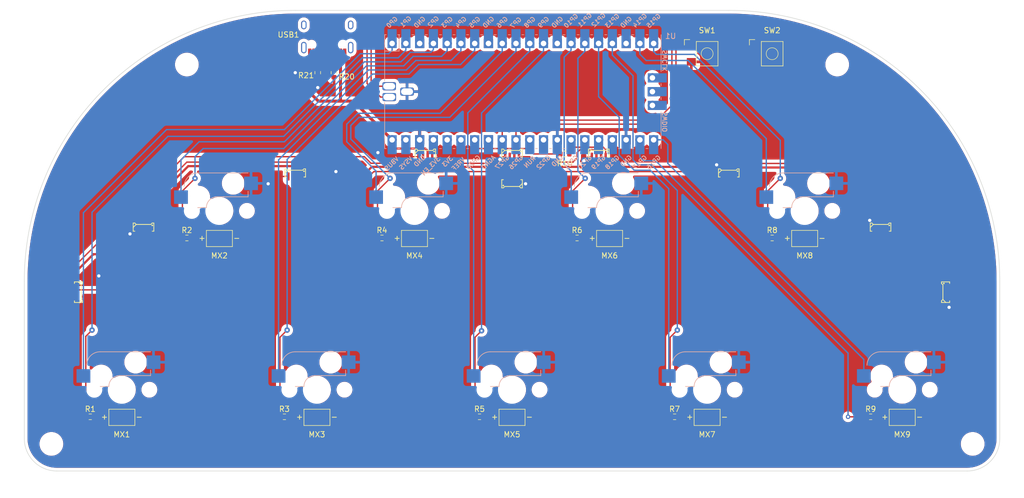
<source format=kicad_pcb>
(kicad_pcb (version 20211014) (generator pcbnew)
  (title_block (title "Pico Controller for Pop'n Music"))
  (layers (0 "F.Cu" signal) (31 "B.Cu" signal) (34 "B.Paste" user) (35 "F.Paste" user) (36 "B.SilkS" user "B.Silkscreen") (37 "F.SilkS" user "F.Silkscreen") (38 "B.Mask" user) (39 "F.Mask" user) (44 "Edge.Cuts" user))
  (net 0 "")
  (net 1 "Net-(LED1-Pad1)")
  (net 2 "GND")
  (net 3 "Net-(LED1-Pad3)")
  (net 4 "+5V")
  (net 5 "Net-(LED2-Pad3)")
  (net 6 "Net-(LED3-Pad3)")
  (net 7 "Net-(LED4-Pad3)")
  (net 8 "Net-(LED5-Pad3)")
  (net 9 "Net-(LED6-Pad3)")
  (net 10 "Net-(LED7-Pad3)")
  (net 11 "Net-(LED8-Pad3)")
  (net 12 "Net-(LED10-Pad1)")
  (net 14 "Net-(MX1-Pad3)")
  (net 15 "Net-(MX1-Pad1)")
  (net 16 "Net-(MX2-Pad3)")
  (net 17 "Net-(MX2-Pad1)")
  (net 18 "Net-(MX3-Pad3)")
  (net 19 "Net-(MX3-Pad1)")
  (net 20 "Net-(MX4-Pad3)")
  (net 21 "Net-(MX4-Pad1)")
  (net 22 "Net-(MX5-Pad3)")
  (net 23 "Net-(MX5-Pad1)")
  (net 24 "Net-(MX6-Pad3)")
  (net 25 "Net-(MX6-Pad1)")
  (net 26 "Net-(MX7-Pad3)")
  (net 27 "Net-(MX7-Pad1)")
  (net 28 "Net-(MX8-Pad3)")
  (net 29 "Net-(MX8-Pad1)")
  (net 30 "Net-(MX9-Pad3)")
  (net 31 "Net-(MX9-Pad1)")
  (net 32 "Net-(R20-Pad1)")
  (net 33 "Net-(R21-Pad1)")
  (net 34 "Net-(R1-Pad1)")
  (net 35 "Net-(R2-Pad1)")
  (net 36 "Net-(R3-Pad1)")
  (net 37 "Net-(R4-Pad1)")
  (net 38 "Net-(R5-Pad1)")
  (net 39 "Net-(R6-Pad1)")
  (net 40 "Net-(R7-Pad1)")
  (net 41 "Net-(R8-Pad1)")
  (net 42 "Net-(R9-Pad1)")
  (net 43 "Net-(R10-Pad1)")
  (net 44 "Net-(SW1-Pad1)")
  (net 45 "Net-(SW2-Pad1)")
  (net 46 "Net-(U1-PadTP2)")
  (net 47 "Net-(U1-PadTP3)")
  (footprint "MountingHole:MountingHole_3.2mm_M3" (layer "F.Cu") (at 87.32 72.4)
    (fp_text reference "REF**" hide)
    (fp_text value "MountingHole_3.2mm_M3")
  )
  (footprint "MX_Only:MXOnly-Popn_Button-Hotswap-LED" (layer "F.Cu") (at 183.32 132.4)
    (fp_text reference "MX7")
    (fp_text value "MX-BUTTON")
  )
  (footprint "MountingHole:MountingHole_3.2mm_M3" (layer "F.Cu") (at 232.32 142.4)
    (fp_text reference "REF**" hide)
    (fp_text value "MountingHole_3.2mm_M3")
  )
  (footprint "MountingHole:MountingHole_3.2mm_M3" (layer "F.Cu") (at 62.32 142.4)
    (fp_text reference "REF**" hide)
    (fp_text value "MountingHole_3.2mm_M3")
  )
  (footprint "agg:WS2812B-4020" (layer "F.Cu") (at 147.32 88.750644)
    (fp_text reference "LED2")
    (fp_text value "WS2812B-4020")
  )
  (footprint "Resistor_SMD:R_0603_1608Metric" (layer "F.Cu") (at 69.495 137.4)
    (fp_text reference "R1")
    (fp_text value "220R")
  )
  (footprint "Resistor_SMD:R_0603_1608Metric" (layer "F.Cu") (at 157.07 88.9)
    (fp_text reference "R10")
    (fp_text value "220R")
  )
  (footprint "Resistor_SMD:R_0603_1608Metric" (layer "F.Cu") (at 195.32 104.4)
    (fp_text reference "R8")
    (fp_text value "220R")
  )
  (footprint "MX_Only:MXOnly-Popn_Button-Hotswap-LED" (layer "F.Cu") (at 219.32 132.4)
    (fp_text reference "MX9")
    (fp_text value "MX-BUTTON")
  )
  (footprint "agg:WS2812B-4020" (layer "F.Cu") (at 187.32 92.4)
    (fp_text reference "LED8")
    (fp_text value "WS2812B-4020")
  )
  (footprint "agg:WS2812B-4020" (layer "F.Cu") (at 163.32 88.750644)
    (fp_text reference "LED1")
    (fp_text value "WS2812B-4020")
  )
  (footprint "Resistor_SMD:R_0603_1608Metric" (layer "F.Cu") (at 159.32 104.4)
    (fp_text reference "R6")
    (fp_text value "220R")
  )
  (footprint "Resistor_SMD:R_0603_1608Metric" (layer "F.Cu") (at 123.32 104.4)
    (fp_text reference "R4")
    (fp_text value "220R")
  )
  (footprint "agg:WS2812B-4020" (layer "F.Cu") (at 147.32 94.4 180)
    (fp_text reference "LED7")
    (fp_text value "WS2812B-4020")
  )
  (footprint "Resistor_SMD:R_0603_1608Metric" (layer "F.Cu") (at 105.32 137.4)
    (fp_text reference "R3")
    (fp_text value "220R")
  )
  (footprint "MX_Only:MXOnly-Popn_Button-Hotswap-LED" (layer "F.Cu") (at 201.32 99.4)
    (fp_text reference "MX8")
    (fp_text value "MX-BUTTON")
  )
  (footprint "agg:WS2812B-4020" (layer "F.Cu") (at 131.32 88.750644)
    (fp_text reference "LED3")
    (fp_text value "WS2812B-4020")
  )
  (footprint "MX_Only:MXOnly-Popn_Button-Hotswap-LED" (layer "F.Cu") (at 75.32 132.4)
    (fp_text reference "MX1")
    (fp_text value "MX-BUTTON")
  )
  (footprint "agg:WS2812B-4020" (layer "F.Cu") (at 79.32 102.4)
    (fp_text reference "LED5")
    (fp_text value "WS2812B-4020")
  )
  (footprint "MX_Only:MXOnly-Popn_Button-Hotswap-LED" (layer "F.Cu") (at 147.32 132.4)
    (fp_text reference "MX5")
    (fp_text value "MX-BUTTON")
  )
  (footprint "MX_Only:MXOnly-Popn_Button-Hotswap-LED" (layer "F.Cu") (at 129.32 99.4)
    (fp_text reference "MX4")
    (fp_text value "MX-BUTTON")
  )
  (footprint "MX_Only:MXOnly-Popn_Button-Hotswap-LED" (layer "F.Cu") (at 165.32 99.4)
    (fp_text reference "MX6")
    (fp_text value "MX-BUTTON")
  )
  (footprint "MountingHole:MountingHole_3.2mm_M3" (layer "F.Cu") (at 207.32 72.4)
    (fp_text reference "REF**" hide)
    (fp_text value "MountingHole_3.2mm_M3")
  )
  (footprint "Resistor_SMD:R_0603_1608Metric" (layer "F.Cu") (at 114.47 73.9 -90)
    (fp_text reference "R20")
    (fp_text value "5K1")
  )
  (footprint "MX_Only:MXOnly-Popn_Button-Hotswap-LED" (layer "F.Cu") (at 93.32 99.4)
    (fp_text reference "MX2")
    (fp_text value "MX-BUTTON")
  )
  (footprint "Resistor_SMD:R_0603_1608Metric" (layer "F.Cu") (at 87.32 104.4)
    (fp_text reference "R2")
    (fp_text value "220R")
  )
  (footprint "Resistor_SMD:R_0603_1608Metric" (layer "F.Cu") (at 111.47 73.9 -90)
    (fp_text reference "R21")
    (fp_text value "5K1")
  )
  (footprint "K2-1102SP-C4SC-04:KAN4542-0701C" (layer "F.Cu") (at 183.32 70.4)
    (fp_text reference "SW1")
    (fp_text value "KAN4542-0701C")
  )
  (footprint "Resistor_SMD:R_0603_1608Metric" (layer "F.Cu") (at 177.32 137.4)
    (fp_text reference "R7")
    (fp_text value "220R")
  )
  (footprint "agg:WS2812B-4020" (layer "F.Cu") (at 67.32 114.4 -90)
    (fp_text reference "LED4")
    (fp_text value "WS2812B-4020")
  )
  (footprint "agg:WS2812B-4020" (layer "F.Cu") (at 227.32 114.4 90)
    (fp_text reference "LED10")
    (fp_text value "WS2812B-4020")
  )
  (footprint "K2-1102SP-C4SC-04:KAN4542-0701C" (layer "F.Cu") (at 195.32 70.4)
    (fp_text reference "SW2")
    (fp_text value "KAN4542-0701C")
  )
  (footprint "agg:WS2812B-4020" (layer "F.Cu") (at 107.32 92.4)
    (fp_text reference "LED6")
    (fp_text value "WS2812B-4020")
  )
  (footprint "MX_Only:MXOnly-Popn_Button-Hotswap-LED" (layer "F.Cu") (at 111.32 132.4)
    (fp_text reference "MX3")
    (fp_text value "MX-BUTTON")
  )
  (footprint "Resistor_SMD:R_0603_1608Metric" (layer "F.Cu") (at 213.495 137.4)
    (fp_text reference "R9")
    (fp_text value "220R")
  )
  (footprint "agg:WS2812B-4020" (layer "F.Cu") (at 215.32 102.4)
    (fp_text reference "LED9")
    (fp_text value "WS2812B-4020")
  )
  (footprint "Resistor_SMD:R_0603_1608Metric" (layer "F.Cu") (at 141.32 137.4)
    (fp_text reference "R5")
    (fp_text value "220R")
  )
  (footprint "Type-C:HRO-TYPE-C-31-M-12-Assembly" (layer "F.Cu") (at 113.22 62.4875 180)
    (fp_text reference "USB1")
    (fp_text value "U262-161N-4BVC11")
  )
  (footprint "MCU_RaspberryPi_and_Boards:RPi_Pico_SMD" (layer "B.Cu") (at 149.32 77.4 -90)
    (fp_text reference "U1")
    (fp_text value "Pico")
  )
  (gr_arc (start 57.32 112.4) (mid 71.964661 77.044661) (end 107.32 62.4) (layer "Edge.Cuts") (width 0.1))
  (gr_line (start 63.32 147.4) (end 231.32 147.4) (layer "Edge.Cuts") (width 0.1))
  (gr_line (start 57.32 112.4) (end 57.32 141.4) (layer "Edge.Cuts") (width 0.1))
  (gr_line (start 237.32 141.4) (end 237.32 112.4) (layer "Edge.Cuts") (width 0.1))
  (gr_arc (start 237.32 141.4) (mid 235.562641 145.642641) (end 231.32 147.4) (layer "Edge.Cuts") (width 0.1))
  (gr_line (start 187.32 62.4) (end 107.32 62.4) (layer "Edge.Cuts") (width 0.1))
  (gr_arc (start 63.32 147.4) (mid 59.077359 145.642641) (end 57.32 141.4) (layer "Edge.Cuts") (width 0.1))
  (gr_arc (start 187.32 62.4) (mid 222.675339 77.044661) (end 237.32 112.4) (layer "Edge.Cuts") (width 0.1))
  (segment (start 164.595 89.400644) (end 164.595 88.100322) (width 0.25) (layer "F.Cu") (net 1))
  (segment (start 164.595 88.100322) (end 164.144678 87.65) (width 0.25) (layer "F.Cu") (net 1))
  (segment (start 157.895 88.075) (end 157.895 88.9) (width 0.25) (layer "F.Cu") (net 1))
  (segment (start 158.32 87.65) (end 157.895 88.075) (width 0.25) (layer "F.Cu") (net 1))
  (segment (start 164.144678 87.65) (end 158.32 87.65) (width 0.25) (layer "F.Cu") (net 1))
  (segment (start 122.57 88.65) (end 123.320644 89.400644) (width 0.25) (layer "F.Cu") (net 2))
  (segment (start 130.27 83.6) (end 129.07 82.4) (width 0.6) (layer "F.Cu") (net 2))
  (segment (start 118.57 76.15) (end 118.57 73.4) (width 0.6) (layer "F.Cu") (net 2))
  (segment (start 145.57 89.4) (end 145.570644 89.400644) (width 0.25) (layer "F.Cu") (net 2))
  (segment (start 149.17 93.75) (end 148.595 93.75) (width 0.25) (layer "F.Cu") (net 2))
  (segment (start 214.045 101.875) (end 214.045 103.05) (width 0.25) (layer "F.Cu") (net 2))
  (segment (start 66.67 113.125) (end 69.345 113.125) (width 0.25) (layer "F.Cu") (net 2))
  (segment (start 106.045 93.05) (end 103.67 93.05) (width 0.25) (layer "F.Cu") (net 2))
  (segment (start 124.82 82.4) (end 118.57 76.15) (width 0.6) (layer "F.Cu") (net 2))
  (segment (start 145.07 89.9) (end 145.57 89.4) (width 0.25) (layer "F.Cu") (net 2))
  (segment (start 129.07 82.4) (end 124.82 82.4) (width 0.6) (layer "F.Cu") (net 2))
  (segment (start 145.570644 89.400644) (end 146.045 89.400644) (width 0.25) (layer "F.Cu") (net 2))
  (segment (start 161.319356 89.400644) (end 160.57 90.15) (width 0.25) (layer "F.Cu") (net 2))
  (segment (start 213.32 101.15) (end 214.045 101.875) (width 0.25) (layer "F.Cu") (net 2))
  (segment (start 162.045 89.400644) (end 161.319356 89.400644) (width 0.25) (layer "F.Cu") (net 2))
  (segment (start 76.82 103.65) (end 77.42 103.05) (width 0.25) (layer "F.Cu") (net 2))
  (segment (start 123.320644 89.400644) (end 130.045 89.400644) (width 0.25) (layer "F.Cu") (net 2))
  (segment (start 69.345 113.125) (end 71.07 111.4) (width 0.25) (layer "F.Cu") (net 2))
  (segment (start 186.045 91.875) (end 185.07 90.9) (width 0.25) (layer "F.Cu") (net 2))
  (segment (start 118.57 73.4) (end 116.445 71.275) (width 0.6) (layer "F.Cu") (net 2))
  (segment (start 77.42 103.05) (end 78.045 103.05) (width 0.25) (layer "F.Cu") (net 2))
  (segment (start 109.995 71.225) (end 108.82 72.4) (width 0.25) (layer "F.Cu") (net 2))
  (segment (start 116.445 71.275) (end 116.445 70.1825) (width 0.6) (layer "F.Cu") (net 2))
  (segment (start 130.27 86.29) (end 130.27 83.6) (width 0.6) (layer "F.Cu") (net 2))
  (segment (start 186.045 93.05) (end 186.045 91.875) (width 0.25) (layer "F.Cu") (net 2))
  (segment (start 108.82 72.4) (end 107.32 73.9) (width 0.25) (layer "F.Cu") (net 2))
  (segment (start 149.82 94.4) (end 149.17 93.75) (width 0.25) (layer "F.Cu") (net 2))
  (segment (start 227.97 115.675) (end 227.97 117.198093) (width 0.25) (layer "F.Cu") (net 2))
  (segment (start 109.995 70.1825) (end 109.995 71.225) (width 0.25) (layer "F.Cu") (net 2))
  (segment (start 103.67 93.05) (end 102.32 94.4) (width 0.25) (layer "F.Cu") (net 2))
  (via (at 76.82 103.65) (size 1) (drill 0.6) (layers "F.Cu" "B.Cu") (net 2))
  (via (at 107.32 73.9) (size 1) (drill 0.6) (layers "F.Cu" "B.Cu") (net 2))
  (via (at 102.32 94.4) (size 1) (drill 0.6) (layers "F.Cu" "B.Cu") (net 2))
  (via (at 122.57 88.65) (size 1) (drill 0.6) (layers "F.Cu" "B.Cu") (net 2))
  (via (at 227.96793 117.200163) (size 1) (drill 0.6) (layers "F.Cu" "B.Cu") (net 2))
  (via (at 149.82 94.4) (size 1) (drill 0.6) (layers "F.Cu" "B.Cu") (net 2))
  (via (at 145.07 89.9) (size 1) (drill 0.6) (layers "F.Cu" "B.Cu") (net 2))
  (via (at 111.47 76.65) (size 1) (drill 0.6) (layers "F.Cu" "B.Cu") (net 2))
  (via (at 160.57 90.15) (size 1) (drill 0.6) (layers "F.Cu" "B.Cu") (net 2))
  (via (at 185.07 90.9) (size 1) (drill 0.6) (layers "F.Cu" "B.Cu") (net 2))
  (via (at 114.82 92.15) (size 1) (drill 0.6) (layers "F.Cu" "B.Cu") (net 2))
  (via (at 213.32 101.15) (size 1) (drill 0.6) (layers "F.Cu" "B.Cu") (net 2))
  (via (at 71.07 111.4) (size 1) (drill 0.6) (layers "F.Cu" "B.Cu") (net 2))
  (segment (start 158.57 90.4) (end 151.57 90.4) (width 0.25) (layer "F.Cu") (net 3))
  (segment (start 162.57 88.15) (end 159.82 88.15) (width 0.25) (layer "F.Cu") (net 3))
  (segment (start 151.57 90.4) (end 150.570644 89.400644) (width 0.25) (layer "F.Cu") (net 3))
  (segment (start 159.32 89.65) (end 158.57 90.4) (width 0.25) (layer "F.Cu") (net 3))
  (segment (start 159.32 88.65) (end 159.32 89.65) (width 0.25) (layer "F.Cu") (net 3))
  (segment (start 162.895 88.475) (end 162.57 88.15) (width 0.25) (layer "F.Cu") (net 3))
  (segment (start 150.570644 89.400644) (end 148.595 89.400644) (width 0.25) (layer "F.Cu") (net 3))
  (segment (start 162.895 89.400644) (end 162.895 88.475) (width 0.25) (layer "F.Cu") (net 3))
  (segment (start 159.82 88.15) (end 159.32 88.65) (width 0.25) (layer "F.Cu") (net 3))
  (segment (start 118.05 79.15) (end 125.19 86.29) (width 0.55) (layer "F.Cu") (net 4))
  (segment (start 229.57 112.65) (end 229.57 113.65) (width 0.4) (layer "F.Cu") (net 4))
  (segment (start 70.07 107.4) (end 65.07 112.4) (width 0.4) (layer "F.Cu") (net 4))
  (segment (start 108.57 95.15) (end 107.745 94.325) (width 0.4) (layer "F.Cu") (net 4))
  (segment (start 163.692779 91.277221) (end 180.692779 91.277221) (width 0.4) (layer "F.Cu") (net 4))
  (segment (start 163.692779 91.277221) (end 147.692779 91.277221) (width 0.4) (layer "F.Cu") (net 4))
  (segment (start 146.895 91.9) (end 146.895 93.75) (width 0.4) (layer "F.Cu") (net 4))
  (segment (start 147.692779 91.277221) (end 147.442779 91.277221) (width 0.4) (layer "F.Cu") (net 4))
  (segment (start 229.245 113.975) (end 227.97 113.975) (width 0.4) (layer "F.Cu") (net 4))
  (segment (start 187.745 91.85) (end 188.195 91.4) (width 0.4) (layer "F.Cu") (net 4))
  (segment (start 111.32 78.9) (end 111.57 79.15) (width 0.55) (layer "F.Cu") (net 4))
  (segment (start 76.57 107.4) (end 70.07 107.4) (width 0.4) (layer "F.Cu") (net 4))
  (segment (start 115.67 70.1825) (end 115.67 79.15) (width 0.55) (layer "F.Cu") (net 4))
  (segment (start 220.57 112.15) (end 229.07 112.15) (width 0.4) (layer "F.Cu") (net 4))
  (segment (start 163.745 91.225) (end 163.692779 91.277221) (width 0.4) (layer "F.Cu") (net 4))
  (segment (start 215.745 95.825) (end 215.745 103.05) (width 0.4) (layer "F.Cu") (net 4))
  (segment (start 125.19 86.29) (end 125.19 87.52) (width 0.4) (layer "F.Cu") (net 4))
  (segment (start 187.745 93.05) (end 187.745 91.85) (width 0.4) (layer "F.Cu") (net 4))
  (segment (start 107.745 93.05) (end 107.745 91.575) (width 0.4) (layer "F.Cu") (net 4))
  (segment (start 87.57 91.15) (end 79.745 98.975) (width 0.4) (layer "F.Cu") (net 4))
  (segment (start 229.07 112.15) (end 229.57 112.65) (width 0.4) (layer "F.Cu") (net 4))
  (segment (start 163.745 89.400644) (end 163.745 91.225) (width 0.4) (layer "F.Cu") (net 4))
  (segment (start 111.57 79.15) (end 118.07 79.15) (width 0.55) (layer "F.Cu") (net 4))
  (segment (start 211.32 91.4) (end 215.745 95.825) (width 0.4) (layer "F.Cu") (net 4))
  (segment (start 117.57 95.15) (end 108.57 95.15) (width 0.4) (layer "F.Cu") (net 4))
  (segment (start 110.77 71.7) (end 110.77 70.1825) (width 0.55) (layer "F.Cu") (net 4))
  (segment (start 121.442779 91.277221) (end 117.57 95.15) (width 0.4) (layer "F.Cu") (net 4))
  (segment (start 147.745 91.225) (end 147.692779 91.277221) (width 0.25) (layer "F.Cu") (net 4))
  (segment (start 180.692779 91.277221) (end 180.697221 91.277221) (width 0.4) (layer "F.Cu") (net 4))
  (segment (start 107.745 94.325) (end 107.745 93.05) (width 0.4) (layer "F.Cu") (net 4))
  (segment (start 79.745 104.225) (end 76.57 107.4) (width 0.4) (layer "F.Cu") (net 4))
  (segment (start 187.32 94.65) (end 187.745 94.225) (width 0.4) (layer "F.Cu") (net 4))
  (segment (start 188.195 91.4) (end 211.32 91.4) (width 0.4) (layer "F.Cu") (net 4))
  (segment (start 109.57 77.15) (end 109.57 72.9) (width 0.55) (layer "F.Cu") (net 4))
  (segment (start 147.745 89.400644) (end 147.745 91.225) (width 0.4) (layer "F.Cu") (net 4))
  (segment (start 229.57 113.65) (end 229.245 113.975) (width 0.4) (layer "F.Cu") (net 4))
  (segment (start 125.57 87.9) (end 131.32 87.9) (width 0.4) (layer "F.Cu") (net 4))
  (segment (start 187.745 94.225) (end 187.745 93.05) (width 0.4) (layer "F.Cu") (net 4))
  (segment (start 65.07 114.4) (end 65.495 114.825) (width 0.4) (layer "F.Cu") (net 4))
  (segment (start 131.745 88.325) (end 131.745 89.400644) (width 0.4) (layer "F.Cu") (net 4))
  (segment (start 125.19 87.52) (end 125.57 87.9) (width 0.4) (layer "F.Cu") (net 4))
  (segment (start 215.745 107.325) (end 220.57 112.15) (width 0.4) (layer "F.Cu") (net 4))
  (segment (start 131.32 87.9) (end 131.745 88.325) (width 0.4) (layer "F.Cu") (net 4))
  (segment (start 111.32 78.9) (end 109.57 77.15) (width 0.55) (layer "F.Cu") (net 4))
  (segment (start 109.57 72.9) (end 110.77 71.7) (width 0.55) (layer "F.Cu") (net 4))
  (segment (start 107.32 91.15) (end 87.57 91.15) (width 0.4) (layer "F.Cu") (net 4))
  (segment (start 184.07 94.65) (end 187.32 94.65) (width 0.4) (layer "F.Cu") (net 4))
  (segment (start 107.745 91.575) (end 107.32 91.15) (width 0.4) (layer "F.Cu") (net 4))
  (segment (start 147.442779 91.277221) (end 146.82 91.9) (width 0.4) (layer "F.Cu") (net 4))
  (segment (start 65.495 114.825) (end 66.67 114.825) (width 0.4) (layer "F.Cu") (net 4))
  (segment (start 79.745 98.975) (end 79.745 103.05) (width 0.4) (layer "F.Cu") (net 4))
  (segment (start 180.697221 91.277221) (end 184.07 94.65) (width 0.4) (layer "F.Cu") (net 4))
  (segment (start 79.745 103.05) (end 79.745 104.225) (width 0.4) (layer "F.Cu") (net 4))
  (segment (start 146.82 91.9) (end 144.32 91.9) (width 0.4) (layer "F.Cu") (net 4))
  (segment (start 143.697221 91.277221) (end 121.442779 91.277221) (width 0.4) (layer "F.Cu") (net 4))
  (segment (start 65.07 112.4) (end 65.07 114.4) (width 0.4) (layer "F.Cu") (net 4))
  (segment (start 131.745 89.400644) (end 131.745 91.225) (width 0.4) (layer "F.Cu") (net 4))
  (segment (start 144.32 91.9) (end 143.697221 91.277221) (width 0.4) (layer "F.Cu") (net 4))
  (segment (start 215.745 103.05) (end 215.745 107.325) (width 0.4) (layer "F.Cu") (net 4))
  (segment (start 144.16015 90.624455) (end 132.827305 90.624455) (width 0.25) (layer "F.Cu") (net 5))
  (segment (start 146.895 89.400644) (end 146.895 90.575) (width 0.25) (layer "F.Cu") (net 5))
  (segment (start 132.595 90.39215) (end 132.595 89.400644) (width 0.25) (layer "F.Cu") (net 5))
  (segment (start 132.827305 90.624455) (end 132.595 90.39215) (width 0.25) (layer "F.Cu") (net 5))
  (segment (start 144.685695 91.15) (end 144.16015 90.624455) (width 0.25) (layer "F.Cu") (net 5))
  (segment (start 146.32 91.15) (end 144.685695 91.15) (width 0.25) (layer "F.Cu") (net 5))
  (segment (start 146.895 90.575) (end 146.32 91.15) (width 0.25) (layer "F.Cu") (net 5))
  (segment (start 120.07 89.4) (end 86.82 89.4) (width 0.25) (layer "F.Cu") (net 6))
  (segment (start 64.32 111.9) (end 64.32 115.025) (width 0.25) (layer "F.Cu") (net 6))
  (segment (start 64.97 115.675) (end 66.67 115.675) (width 0.25) (layer "F.Cu") (net 6))
  (segment (start 130.895 90.352357) (end 130.633127 90.61423) (width 0.25) (layer "F.Cu") (net 6))
  (segment (start 64.32 115.025) (end 64.97 115.675) (width 0.25) (layer "F.Cu") (net 6))
  (segment (start 130.633127 90.61423) (end 121.28423 90.61423) (width 0.25) (layer "F.Cu") (net 6))
  (segment (start 130.895 89.400644) (end 130.895 90.352357) (width 0.25) (layer "F.Cu") (net 6))
  (segment (start 86.82 89.4) (end 64.32 111.9) (width 0.25) (layer "F.Cu") (net 6))
  (segment (start 121.28423 90.61423) (end 120.07 89.4) (width 0.25) (layer "F.Cu") (net 6))
  (segment (start 80.595 103.05) (end 80.595 104.375) (width 0.25) (layer "F.Cu") (net 7))
  (segment (start 70.995 113.975) (end 66.67 113.975) (width 0.25) (layer "F.Cu") (net 7))
  (segment (start 80.595 104.375) (end 70.995 113.975) (width 0.25) (layer "F.Cu") (net 7))
  (segment (start 78.895 98.825) (end 78.895 103.05) (width 0.25) (layer "F.Cu") (net 8))
  (segment (start 108.57 92.509817) (end 108.57 91.4) (width 0.25) (layer "F.Cu") (net 8))
  (segment (start 107.57 90.4) (end 87.32 90.4) (width 0.25) (layer "F.Cu") (net 8))
  (segment (start 108.595 92.534817) (end 108.57 92.509817) (width 0.25) (layer "F.Cu") (net 8))
  (segment (start 108.595 93.05) (end 108.595 92.534817) (width 0.25) (layer "F.Cu") (net 8))
  (segment (start 108.57 91.4) (end 107.57 90.4) (width 0.25) (layer "F.Cu") (net 8))
  (segment (start 87.32 90.4) (end 78.895 98.825) (width 0.25) (layer "F.Cu") (net 8))
  (segment (start 143.373059 92.15) (end 121.82 92.15) (width 0.25) (layer "F.Cu") (net 9))
  (segment (start 144.973059 93.75) (end 143.373059 92.15) (width 0.25) (layer "F.Cu") (net 9))
  (segment (start 106.895 94.475) (end 106.895 93.05) (width 0.25) (layer "F.Cu") (net 9))
  (segment (start 118.07 95.9) (end 108.32 95.9) (width 0.25) (layer "F.Cu") (net 9))
  (segment (start 121.82 92.15) (end 118.07 95.9) (width 0.25) (layer "F.Cu") (net 9))
  (segment (start 146.045 93.75) (end 144.973059 93.75) (width 0.25) (layer "F.Cu") (net 9))
  (segment (start 108.32 95.9) (end 106.895 94.475) (width 0.25) (layer "F.Cu") (net 9))
  (segment (start 147.745 93.75) (end 147.745 92.475) (width 0.25) (layer "F.Cu") (net 10))
  (segment (start 180.57 92.15) (end 183.82 95.4) (width 0.25) (layer "F.Cu") (net 10))
  (segment (start 183.82 95.4) (end 187.82 95.4) (width 0.25) (layer "F.Cu") (net 10))
  (segment (start 148.07 92.15) (end 180.57 92.15) (width 0.25) (layer "F.Cu") (net 10))
  (segment (start 188.595 94.625) (end 188.595 93.05) (width 0.25) (layer "F.Cu") (net 10))
  (segment (start 187.82 95.4) (end 188.595 94.625) (width 0.25) (layer "F.Cu") (net 10))
  (segment (start 147.745 92.475) (end 148.07 92.15) (width 0.25) (layer "F.Cu") (net 10))
  (segment (start 216.595 95.675) (end 211.57 90.65) (width 0.25) (layer "F.Cu") (net 11))
  (segment (start 186.895 91.325) (end 186.895 93.05) (width 0.25) (layer "F.Cu") (net 11))
  (segment (start 216.595 103.05) (end 216.595 95.675) (width 0.25) (layer "F.Cu") (net 11))
  (segment (start 187.57 90.65) (end 186.895 91.325) (width 0.25) (layer "F.Cu") (net 11))
  (segment (start 211.57 90.65) (end 187.57 90.65) (width 0.25) (layer "F.Cu") (net 11))
  (segment (start 220.295 113.125) (end 227.97 113.125) (width 0.25) (layer "F.Cu") (net 12))
  (segment (start 214.895 103.05) (end 214.895 107.725) (width 0.25) (layer "F.Cu") (net 12))
  (segment (start 214.895 107.725) (end 220.295 113.125) (width 0.25) (layer "F.Cu") (net 12))
  (segment (start 70.4 137.48) (end 70.32 137.4) (width 0.25) (layer "F.Cu") (net 14))
  (segment (start 73.82 137.48) (end 70.4 137.48) (width 0.25) (layer "F.Cu") (net 14))
  (segment (start 125.19 68.51) (end 125.19 69.78) (width 0.25) (layer "B.Cu") (net 15))
  (segment (start 83.57 84.4) (end 68.235 99.735) (width 0.25) (layer "B.Cu") (net 15))
  (segment (start 68.235 99.735) (end 68.235 129.86) (width 0.25) (layer "B.Cu") (net 15))
  (segment (start 105.32 84.4) (end 83.57 84.4) (width 0.25) (layer "B.Cu") (net 15))
  (segment (start 119.32 70.4) (end 105.32 84.4) (width 0.25) (layer "B.Cu") (net 15))
  (segment (start 125.19 69.78) (end 124.57 70.4) (width 0.25) (layer "B.Cu") (net 15))
  (segment (start 124.57 70.4) (end 119.32 70.4) (width 0.25) (layer "B.Cu") (net 15))
  (segment (start 88.225 104.48) (end 88.145 104.4) (width 0.25) (layer "F.Cu") (net 16))
  (segment (start 91.82 104.48) (end 88.225 104.48) (width 0.25) (layer "F.Cu") (net 16))
  (segment (start 105.32 86.65) (end 89.57 86.65) (width 0.25) (layer "B.Cu") (net 17))
  (segment (start 86.235 89.985) (end 86.235 96.86) (width 0.25) (layer "B.Cu") (net 17))
  (segment (start 120.07 71.9) (end 105.32 86.65) (width 0.25) (layer "B.Cu") (net 17))
  (segment (start 132.81 69.66) (end 132.32 70.15) (width 0.25) (layer "B.Cu") (net 17))
  (segment (start 128.57 70.15) (end 126.82 71.9) (width 0.25) (layer "B.Cu") (net 17))
  (segment (start 132.32 70.15) (end 128.57 70.15) (width 0.25) (layer "B.Cu") (net 17))
  (segment (start 126.82 71.9) (end 120.07 71.9) (width 0.25) (layer "B.Cu") (net 17))
  (segment (start 89.57 86.65) (end 86.235 89.985) (width 0.25) (layer "B.Cu") (net 17))
  (segment (start 132.81 68.51) (end 132.81 69.66) (width 0.25) (layer "B.Cu") (net 17))
  (segment (start 109.82 137.48) (end 106.225 137.48) (width 0.25) (layer "F.Cu") (net 18))
  (segment (start 106.225 137.48) (end 106.145 137.4) (width 0.25) (layer "F.Cu") (net 18))
  (segment (start 129.57 71.65) (end 127.82 73.4) (width 0.25) (layer "B.Cu") (net 19))
  (segment (start 127.82 73.4) (end 120.82 73.4) (width 0.25) (layer "B.Cu") (net 19))
  (segment (start 136.07 71.65) (end 129.57 71.65) (width 0.25) (layer "B.Cu") (net 19))
  (segment (start 104.235 89.985) (end 104.235 129.86) (width 0.25) (layer "B.Cu") (net 19))
  (segment (start 120.82 73.4) (end 104.235 89.985) (width 0.25) (layer "B.Cu") (net 19))
  (segment (start 137.89 69.83) (end 136.07 71.65) (width 0.25) (layer "B.Cu") (net 19))
  (segment (start 137.89 68.51) (end 137.89 69.83) (width 0.25) (layer "B.Cu") (net 19))
  (segment (start 124.225 104.48) (end 124.145 104.4) (width 0.25) (layer "F.Cu") (net 20))
  (segment (start 127.82 104.48) (end 124.225 104.48) (width 0.25) (layer "F.Cu") (net 20))
  (segment (start 122.235 92.065) (end 122.235 96.86) (width 0.25) (layer "B.Cu") (net 21))
  (segment (start 145.51 69.96) (end 134.07 81.4) (width 0.25) (layer "B.Cu") (net 21))
  (segment (start 118.82 81.4) (end 116.82 83.4) (width 0.25) (layer "B.Cu") (net 21))
  (segment (start 134.07 81.4) (end 118.82 81.4) (width 0.25) (layer "B.Cu") (net 21))
  (segment (start 116.82 86.65) (end 122.235 92.065) (width 0.25) (layer "B.Cu") (net 21))
  (segment (start 145.51 68.51) (end 145.51 69.96) (width 0.25) (layer "B.Cu") (net 21))
  (segment (start 116.82 83.4) (end 116.82 86.65) (width 0.25) (layer "B.Cu") (net 21))
  (segment (start 142.225 137.48) (end 142.145 137.4) (width 0.25) (layer "F.Cu") (net 22))
  (segment (start 145.82 137.48) (end 142.225 137.48) (width 0.25) (layer "F.Cu") (net 22))
  (segment (start 139.158418 90.988418) (end 140.235 92.065) (width 0.25) (layer "B.Cu") (net 23))
  (segment (start 140.235 92.065) (end 140.235 129.86) (width 0.25) (layer "B.Cu") (net 23))
  (segment (start 150.59 69.88) (end 139.158418 81.311582) (width 0.25) (layer "B.Cu") (net 23))
  (segment (start 150.59 68.51) (end 150.59 69.88) (width 0.25) (layer "B.Cu") (net 23))
  (segment (start 139.158418 81.311582) (end 139.158418 90.988418) (width 0.25) (layer "B.Cu") (net 23))
  (segment (start 160.225 104.48) (end 160.145 104.4) (width 0.25) (layer "F.Cu") (net 24))
  (segment (start 163.82 104.48) (end 160.225 104.48) (width 0.25) (layer "F.Cu") (net 24))
  (segment (start 156.938388 71.031612) (end 156.938388 90.768388) (width 0.25) (layer "B.Cu") (net 25))
  (segment (start 156.938388 90.768388) (end 158.235 92.065) (width 0.25) (layer "B.Cu") (net 25))
  (segment (start 158.21 69.76) (end 156.938388 71.031612) (width 0.25) (layer "B.Cu") (net 25))
  (segment (start 158.235 92.065) (end 158.235 96.86) (width 0.25) (layer "B.Cu") (net 25))
  (segment (start 158.21 68.51) (end 158.21 69.76) (width 0.25) (layer "B.Cu") (net 25))
  (segment (start 181.82 137.48) (end 178.225 137.48) (width 0.25) (layer "F.Cu") (net 26))
  (segment (start 178.225 137.48) (end 178.145 137.4) (width 0.25) (layer "F.Cu") (net 26))
  (segment (start 176.235 95.315) (end 176.235 129.86) (width 0.25) (layer "B.Cu") (net 27))
  (segment (start 169.88 91.9) (end 172.82 91.9) (width 0.25) (layer "B.Cu") (net 27))
  (segment (start 167.091068 82.128932) (end 163.29 78.327864) (width 0.25) (layer "B.Cu") (net 27))
  (segment (start 172.82 91.9) (end 176.235 95.315) (width 0.25) (layer "B.Cu") (net 27))
  (segment (start 167.091068 82.128932) (end 167.091068 89.111068) (width 0.25) (layer "B.Cu") (net 27))
  (segment (start 163.29 78.327864) (end 163.29 68.51) (width 0.25) (layer "B.Cu") (net 27))
  (segment (start 167.091068 89.111068) (end 169.88 91.9) (width 0.25) (layer "B.Cu") (net 27))
  (segment (start 199.82 104.48) (end 196.225 104.48) (width 0.25) (layer "F.Cu") (net 28))
  (segment (start 196.225 104.48) (end 196.145 104.4) (width 0.25) (layer "F.Cu") (net 28))
  (segment (start 179.82 71.65) (end 194.235 86.065) (width 0.25) (layer "B.Cu") (net 29))
  (segment (start 194.235 86.065) (end 194.235 96.86) (width 0.25) (layer "B.Cu") (net 29))
  (segment (start 172.07 71.65) (end 170.91 70.49) (width 0.25) (layer "B.Cu") (net 29))
  (segment (start 170.91 70.49) (end 170.91 68.51) (width 0.25) (layer "B.Cu") (net 29))
  (segment (start 179.82 71.65) (end 172.07 71.65) (width 0.25) (layer "B.Cu") (net 29))
  (segment (start 214.4 137.48) (end 214.32 137.4) (width 0.25) (layer "F.Cu") (net 30))
  (segment (start 217.82 137.48) (end 214.4 137.48) (width 0.25) (layer "F.Cu") (net 30))
  (segment (start 173.45 86.29) (end 175.21 86.29) (width 0.25) (layer "B.Cu") (net 31))
  (segment (start 176.07 87.15) (end 176.07 90.65) (width 0.25) (layer "B.Cu") (net 31))
  (segment (start 176.07 90.65) (end 212.235 126.815) (width 0.25) (layer "B.Cu") (net 31))
  (segment (start 175.21 86.29) (end 176.07 87.15) (width 0.25) (layer "B.Cu") (net 31))
  (segment (start 212.235 126.815) (end 212.235 129.86) (width 0.25) (layer "B.Cu") (net 31))
  (segment (start 114.47 73.075) (end 114.47 70.1825) (width 0.25) (layer "F.Cu") (net 32))
  (segment (start 111.47 73.075) (end 111.47 70.1825) (width 0.25) (layer "F.Cu") (net 33))
  (segment (start 68.67 122.55) (end 68.67 137.4) (width 0.25) (layer "F.Cu") (net 34))
  (segment (start 69.82 121.4) (end 68.67 122.55) (width 0.25) (layer "F.Cu") (net 34))
  (via (at 69.82 121.4) (size 1) (drill 0.4) (layers "F.Cu" "B.Cu") (net 34))
  (segment (start 69.82 121.4) (end 69.82 99.65) (width 0.25) (layer "B.Cu") (net 34))
  (segment (start 126.32 71.15) (end 127.73 69.74) (width 0.25) (layer "B.Cu") (net 34))
  (segment (start 83.82 85.65) (end 105.195 85.65) (width 0.25) (layer "B.Cu") (net 34))
  (segment (start 127.73 69.74) (end 127.73 68.51) (width 0.25) (layer "B.Cu") (net 34))
  (segment (start 105.195 85.65) (end 119.695 71.15) (width 0.25) (layer "B.Cu") (net 34))
  (segment (start 119.695 71.15) (end 126.32 71.15) (width 0.25) (layer "B.Cu") (net 34))
  (segment (start 69.82 99.65) (end 83.82 85.65) (width 0.25) (layer "B.Cu") (net 34))
  (segment (start 86.495 95.725) (end 88.82 93.4) (width 0.25) (layer "F.Cu") (net 35))
  (segment (start 86.495 104.4) (end 86.495 95.725) (width 0.25) (layer "F.Cu") (net 35))
  (via (at 88.82 93.4) (size 1) (drill 0.4) (layers "F.Cu" "B.Cu") (net 35))
  (segment (start 120.445 72.65) (end 105.195 87.9) (width 0.25) (layer "B.Cu") (net 35))
  (segment (start 88.82 89.4) (end 88.82 93.4) (width 0.25) (layer "B.Cu") (net 35))
  (segment (start 105.195 87.9) (end 90.32 87.9) (width 0.25) (layer "B.Cu") (net 35))
  (segment (start 135.35 68.51) (end 135.35 69.87) (width 0.25) (layer "B.Cu") (net 35))
  (segment (start 134.32 70.9) (end 129.07 70.9) (width 0.25) (layer "B.Cu") (net 35))
  (segment (start 90.32 87.9) (end 88.82 89.4) (width 0.25) (layer "B.Cu") (net 35))
  (segment (start 129.07 70.9) (end 127.32 72.65) (width 0.25) (layer "B.Cu") (net 35))
  (segment (start 127.32 72.65) (end 120.445 72.65) (width 0.25) (layer "B.Cu") (net 35))
  (segment (start 135.35 69.87) (end 134.32 70.9) (width 0.25) (layer "B.Cu") (net 35))
  (segment (start 105.82 121.4) (end 104.495 122.725) (width 0.25) (layer "F.Cu") (net 36))
  (segment (start 104.495 122.725) (end 104.495 137.4) (width 0.25) (layer "F.Cu") (net 36))
  (via (at 105.82 121.4) (size 1) (drill 0.4) (layers "F.Cu" "B.Cu") (net 36))
  (segment (start 128.32 74.15) (end 130.07 72.4) (width 0.25) (layer "B.Cu") (net 36))
  (segment (start 121.57 74.15) (end 128.32 74.15) (width 0.25) (layer "B.Cu") (net 36))
  (segment (start 130.07 72.4) (end 137.82 72.4) (width 0.25) (layer "B.Cu") (net 36))
  (segment (start 140.43 69.79) (end 140.43 68.51) (width 0.25) (layer "B.Cu") (net 36))
  (segment (start 105.82 121.4) (end 105.82 89.9) (width 0.25) (layer "B.Cu") (net 36))
  (segment (start 105.82 89.9) (end 121.57 74.15) (width 0.25) (layer "B.Cu") (net 36))
  (segment (start 137.82 72.4) (end 140.43 69.79) (width 0.25) (layer "B.Cu") (net 36))
  (segment (start 122.495 104.4) (end 122.495 95.725) (width 0.25) (layer "F.Cu") (net 37))
  (segment (start 122.495 95.725) (end 124.82 93.4) (width 0.25) (layer "F.Cu") (net 37))
  (via (at 124.82 93.4) (size 1) (drill 0.4) (layers "F.Cu" "B.Cu") (net 37))
  (segment (start 148.05 68.51) (end 148.05 69.92) (width 0.25) (layer "B.Cu") (net 37))
  (segment (start 119.07 82.15) (end 117.57 83.65) (width 0.25) (layer "B.Cu") (net 37))
  (segment (start 135.82 82.15) (end 119.07 82.15) (width 0.25) (layer "B.Cu") (net 37))
  (segment (start 117.57 83.65) (end 117.57 86.15) (width 0.25) (layer "B.Cu") (net 37))
  (segment (start 148.05 69.92) (end 135.82 82.15) (width 0.25) (layer "B.Cu") (net 37))
  (segment (start 117.57 86.15) (end 124.82 93.4) (width 0.25) (layer "B.Cu") (net 37))
  (segment (start 140.495 122.723364) (end 140.495 137.4) (width 0.25) (layer "F.Cu") (net 38))
  (segment (start 141.694182 121.524182) (end 140.495 122.723364) (width 0.25) (layer "F.Cu") (net 38))
  (via (at 141.694182 121.524182) (size 1) (drill 0.4) (layers "F.Cu" "B.Cu") (net 38))
  (segment (start 141.694182 121.524182) (end 141.694182 81.337519) (width 0.25) (layer "B.Cu") (net 38))
  (segment (start 141.694182 81.337519) (end 153.13 69.901701) (width 0.25) (layer "B.Cu") (net 38))
  (segment (start 153.13 69.901701) (end 153.13 68.51) (width 0.25) (layer "B.Cu") (net 38))
  (segment (start 158.495 95.725) (end 160.82 93.4) (width 0.25) (layer "F.Cu") (net 39))
  (segment (start 158.495 104.4) (end 158.495 95.725) (width 0.25) (layer "F.Cu") (net 39))
  (via (at 160.82 93.4) (size 1) (drill 0.4) (layers "F.Cu" "B.Cu") (net 39))
  (segment (start 159.475807 71.244193) (end 159.475807 92.055807) (width 0.25) (layer "B.Cu") (net 39))
  (segment (start 159.475807 92.055807) (end 160.82 93.4) (width 0.25) (layer "B.Cu") (net 39))
  (segment (start 160.75 68.51) (end 160.75 69.97) (width 0.25) (layer "B.Cu") (net 39))
  (segment (start 160.75 69.97) (end 159.475807 71.244193) (width 0.25) (layer "B.Cu") (net 39))
  (segment (start 176.495 122.725) (end 176.495 137.4) (width 0.25) (layer "F.Cu") (net 40))
  (segment (start 177.82 121.4) (end 176.495 122.725) (width 0.25) (layer "F.Cu") (net 40))
  (via (at 177.82 121.4) (size 1) (drill 0.4) (layers "F.Cu" "B.Cu") (net 40))
  (segment (start 170.57 90.9) (end 169.643064 89.973064) (width 0.25) (layer "B.Cu") (net 40))
  (segment (start 169.643064 89.973064) (end 169.643064 74.473064) (width 0.25) (layer "B.Cu") (net 40))
  (segment (start 173.07 90.9) (end 170.57 90.9) (width 0.25) (layer "B.Cu") (net 40))
  (segment (start 177.82 95.65) (end 173.07 90.9) (width 0.25) (layer "B.Cu") (net 40))
  (segment (start 165.83 70.66) (end 165.83 68.51) (width 0.25) (layer "B.Cu") (net 40))
  (segment (start 177.82 121.4) (end 177.82 95.65) (width 0.25) (layer "B.Cu") (net 40))
  (segment (start 169.643064 74.473064) (end 165.83 70.66) (width 0.25) (layer "B.Cu") (net 40))
  (segment (start 194.495 104.4) (end 194.495 95.725) (width 0.25) (layer "F.Cu") (net 41))
  (segment (start 194.495 95.725) (end 196.82 93.4) (width 0.25) (layer "F.Cu") (net 41))
  (via (at 196.82 93.4) (size 1) (drill 0.4) (layers "F.Cu" "B.Cu") (net 41))
  (segment (start 173.45 70.03) (end 173.45 68.51) (width 0.25) (layer "B.Cu") (net 41))
  (segment (start 196.82 86.4) (end 196.82 93.4) (width 0.25) (layer "B.Cu") (net 41))
  (segment (start 173.945 70.525) (end 173.45 70.03) (width 0.25) (layer "B.Cu") (net 41))
  (segment (start 180.945 70.525) (end 173.945 70.525) (width 0.25) (layer "B.Cu") (net 41))
  (segment (start 180.945 70.525) (end 196.82 86.4) (width 0.25) (layer "B.Cu") (net 41))
  (segment (start 212.67 137.4) (end 209.32 137.4) (width 0.25) (layer "F.Cu") (net 42))
  (via (at 209.32 137.4) (size 0.8) (drill 0.4) (layers "F.Cu" "B.Cu") (net 42))
  (segment (start 170.91 89.49) (end 171.57 90.15) (width 0.25) (layer "B.Cu") (net 42))
  (segment (start 209.32 125.65) (end 209.32 137.4) (width 0.25) (layer "B.Cu") (net 42))
  (segment (start 171.57 90.15) (end 173.82 90.15) (width 0.25) (layer "B.Cu") (net 42))
  (segment (start 170.91 86.29) (end 170.91 89.49) (width 0.25) (layer "B.Cu") (net 42))
  (segment (start 173.82 90.15) (end 209.32 125.65) (width 0.25) (layer "B.Cu") (net 42))
  (segment (start 141.07 87.9) (end 150.32 87.9) (width 0.25) (layer "F.Cu") (net 43))
  (segment (start 140.43 87.26) (end 141.07 87.9) (width 0.25) (layer "F.Cu") (net 43))
  (segment (start 150.32 87.9) (end 151.32 88.9) (width 0.25) (layer "F.Cu") (net 43))
  (segment (start 151.32 88.9) (end 156.245 88.9) (width 0.25) (layer "F.Cu") (net 43))
  (segment (start 140.43 86.29) (end 140.43 87.26) (width 0.25) (layer "F.Cu") (net 43))
  (segment (start 180.395 68.9) (end 178.32 68.9) (width 0.25) (layer "F.Cu") (net 44))
  (segment (start 180.395 68.9) (end 186.245 68.9) (width 0.25) (layer "F.Cu") (net 44))
  (segment (start 174.32 83.4) (end 148.82 83.4) (width 0.25) (layer "F.Cu") (net 44))
  (segment (start 177.57 80.15) (end 174.32 83.4) (width 0.25) (layer "F.Cu") (net 44))
  (segment (start 178.32 68.9) (end 177.57 69.65) (width 0.25) (layer "F.Cu") (net 44))
  (segment (start 148.82 83.4) (end 148.05 84.17) (width 0.25) (layer "F.Cu") (net 44))
  (segment (start 148.05 84.17) (end 148.05 86.225) (width 0.25) (layer "F.Cu") (net 44))
  (segment (start 177.57 69.65) (end 177.57 80.15) (width 0.25) (layer "F.Cu") (net 44))
  (segment (start 147.07 82.65) (end 145.51 84.21) (width 0.25) (layer "F.Cu") (net 45))
  (segment (start 192.395 67.225) (end 191.82 66.65) (width 0.25) (layer "F.Cu") (net 45))
  (segment (start 179.07 66.65) (end 176.82 68.9) (width 0.25) (layer "F.Cu") (net 45))
  (segment (start 192.395 68.9) (end 192.395 67.225) (width 0.25) (layer "F.Cu") (net 45))
  (segment (start 174.07 82.65) (end 147.07 82.65) (width 0.25) (layer "F.Cu") (net 45))
  (segment (start 192.395 68.9) (end 198.245 68.9) (width 0.25) (layer "F.Cu") (net 45))
  (segment (start 176.82 68.9) (end 176.82 79.9) (width 0.25) (layer "F.Cu") (net 45))
  (segment (start 176.82 79.9) (end 174.07 82.65) (width 0.25) (layer "F.Cu") (net 45))
  (segment (start 145.51 84.21) (end 145.51 86.225) (width 0.25) (layer "F.Cu") (net 45))
  (segment (start 191.82 66.65) (end 179.07 66.65) (width 0.25) (layer "F.Cu") (net 45))
  (segment (start 113.691876 71.788621) (end 113.97 71.510497) (width 0.25) (layer "F.Cu") (net 46))
  (segment (start 124.67 78.4) (end 123.07 78.4) (width 0.25) (layer "F.Cu") (net 46))
  (segment (start 113.97 71.510497) (end 113.97 70.1825) (width 0.25) (layer "F.Cu") (net 46))
  (segment (start 113.208621 71.788621) (end 113.691876 71.788621) (width 0.25) (layer "F.Cu") (net 46))
  (segment (start 120.57 75.9) (end 120.57 68.9) (width 0.25) (layer "F.Cu") (net 46))
  (segment (start 123.07 78.4) (end 120.57 75.9) (width 0.25) (layer "F.Cu") (net 46))
  (segment (start 113.97 68.25) (end 113.97 70.1825) (width 0.25) (layer "F.Cu") (net 46))
  (segment (start 119.07 67.4) (end 114.82 67.4) (width 0.25) (layer "F.Cu") (net 46))
  (segment (start 112.97 70.1825) (end 112.97 71.55) (width 0.25) (layer "F.Cu") (net 46))
  (segment (start 114.82 67.4) (end 113.97 68.25) (width 0.25) (layer "F.Cu") (net 46))
  (segment (start 120.57 68.9) (end 119.07 67.4) (width 0.25) (layer "F.Cu") (net 46))
  (segment (start 112.97 71.55) (end 113.208621 71.788621) (width 0.25) (layer "F.Cu") (net 46))
  (segment (start 114.72 66.65) (end 113.845 67.525) (width 0.25) (layer "F.Cu") (net 47))
  (segment (start 124.65 76.4) (end 122.32 76.4) (width 0.25) (layer "F.Cu") (net 47))
  (segment (start 122.32 76.4) (end 121.32 75.4) (width 0.25) (layer "F.Cu") (net 47))
  (segment (start 112.47 68.9) (end 112.47 70.1825) (width 0.25) (layer "F.Cu") (net 47))
  (segment (start 119.57 66.65) (end 114.72 66.65) (width 0.25) (layer "F.Cu") (net 47))
  (segment (start 113.845 67.525) (end 112.47 68.9) (width 0.25) (layer "F.Cu") (net 47))
  (segment (start 121.32 75.4) (end 121.32 68.4) (width 0.25) (layer "F.Cu") (net 47))
  (segment (start 113.47 67.9) (end 113.845 67.525) (width 0.25) (layer "F.Cu") (net 47))
  (segment (start 121.32 68.4) (end 119.57 66.65) (width 0.25) (layer "F.Cu") (net 47))
  (segment (start 113.47 67.9) (end 113.47 70.1825) (width 0.25) (layer "F.Cu") (net 47))
  (zone (net 2) (net_name "GND") (layers F&B.Cu) (connect_pads (clearance 0.6)) (min_thickness 0.5) (fill yes (thermal_gap 0.8) (thermal_bridge_width 0.5))
    (polygon (pts (xy 237.32 152.4) (xy 57.32 152.4) (xy 57.32 62.4875) (xy 237.32 62.4)))
  )
)
</source>
